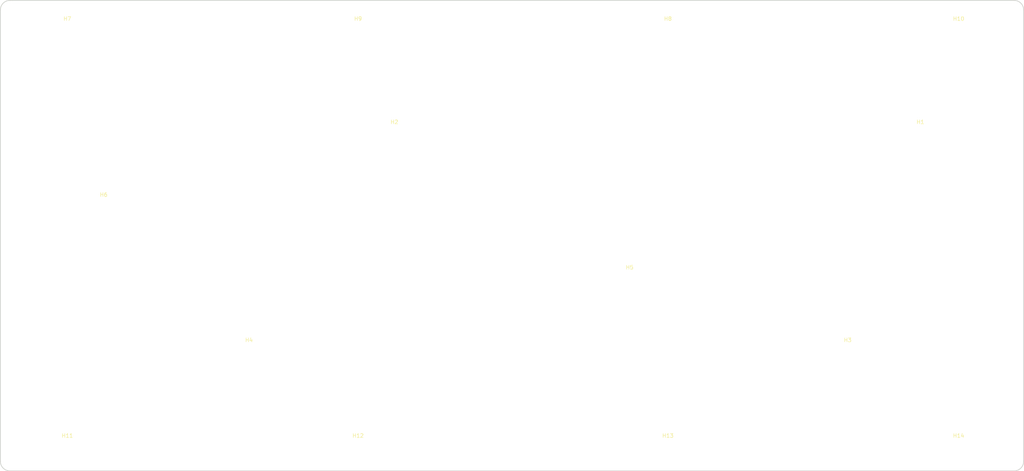
<source format=kicad_pcb>
(kicad_pcb (version 20171130) (host pcbnew 5.0.1)

  (general
    (thickness 1.6)
    (drawings 8)
    (tracks 0)
    (zones 0)
    (modules 14)
    (nets 1)
  )

  (page A3)
  (layers
    (0 F.Cu signal)
    (31 B.Cu signal)
    (32 B.Adhes user)
    (33 F.Adhes user)
    (34 B.Paste user)
    (35 F.Paste user)
    (36 B.SilkS user)
    (37 F.SilkS user)
    (38 B.Mask user)
    (39 F.Mask user)
    (40 Dwgs.User user)
    (41 Cmts.User user)
    (42 Eco1.User user)
    (43 Eco2.User user)
    (44 Edge.Cuts user)
    (45 Margin user)
    (46 B.CrtYd user)
    (47 F.CrtYd user)
    (48 B.Fab user)
    (49 F.Fab user)
  )

  (setup
    (last_trace_width 0.25)
    (trace_clearance 0.2)
    (zone_clearance 0.508)
    (zone_45_only no)
    (trace_min 0.2)
    (segment_width 0.2)
    (edge_width 0.2)
    (via_size 0.8)
    (via_drill 0.4)
    (via_min_size 0.4)
    (via_min_drill 0.3)
    (uvia_size 0.3)
    (uvia_drill 0.1)
    (uvias_allowed no)
    (uvia_min_size 0.2)
    (uvia_min_drill 0.1)
    (pcb_text_width 0.3)
    (pcb_text_size 1.5 1.5)
    (mod_edge_width 0.15)
    (mod_text_size 1 1)
    (mod_text_width 0.15)
    (pad_size 1.524 1.524)
    (pad_drill 0.762)
    (pad_to_mask_clearance 0.051)
    (solder_mask_min_width 0.25)
    (aux_axis_origin 0 0)
    (visible_elements FFFDF7FF)
    (pcbplotparams
      (layerselection 0x010fc_ffffffff)
      (usegerberextensions false)
      (usegerberattributes false)
      (usegerberadvancedattributes false)
      (creategerberjobfile false)
      (excludeedgelayer true)
      (linewidth 0.100000)
      (plotframeref false)
      (viasonmask false)
      (mode 1)
      (useauxorigin false)
      (hpglpennumber 1)
      (hpglpenspeed 20)
      (hpglpendiameter 15.000000)
      (psnegative false)
      (psa4output false)
      (plotreference true)
      (plotvalue true)
      (plotinvisibletext false)
      (padsonsilk false)
      (subtractmaskfromsilk false)
      (outputformat 1)
      (mirror false)
      (drillshape 1)
      (scaleselection 1)
      (outputdirectory "../Photos/Verification SVG/LaserCut/"))
  )

  (net 0 "")

  (net_class Default "This is the default net class."
    (clearance 0.2)
    (trace_width 0.25)
    (via_dia 0.8)
    (via_drill 0.4)
    (uvia_dia 0.3)
    (uvia_drill 0.1)
  )

  (module MountingHole:MountingHole_2.2mm_M2 (layer F.Cu) (tedit 56D1B4CB) (tstamp 5C497E76)
    (at 315 103)
    (descr "Mounting Hole 2.2mm, no annular, M2")
    (tags "mounting hole 2.2mm no annular m2")
    (path /5C4FFCBD)
    (attr virtual)
    (fp_text reference H1 (at 0 -3.2) (layer F.SilkS)
      (effects (font (size 1 1) (thickness 0.15)))
    )
    (fp_text value MountingHole (at 0 3.2) (layer F.Fab)
      (effects (font (size 1 1) (thickness 0.15)))
    )
    (fp_circle (center 0 0) (end 2.45 0) (layer F.CrtYd) (width 0.05))
    (fp_circle (center 0 0) (end 2.2 0) (layer Cmts.User) (width 0.15))
    (fp_text user %R (at 0.3 0) (layer F.Fab)
      (effects (font (size 1 1) (thickness 0.15)))
    )
    (pad 1 np_thru_hole circle (at 0 0) (size 2.2 2.2) (drill 2.2) (layers *.Cu *.Mask))
  )

  (module MountingHole:MountingHole_2.2mm_M2 (layer F.Cu) (tedit 56D1B4CB) (tstamp 5C497E7D)
    (at 177.5 103)
    (descr "Mounting Hole 2.2mm, no annular, M2")
    (tags "mounting hole 2.2mm no annular m2")
    (path /5C4FFCC4)
    (attr virtual)
    (fp_text reference H2 (at 0 -3.2) (layer F.SilkS)
      (effects (font (size 1 1) (thickness 0.15)))
    )
    (fp_text value MountingHole (at 0 3.2) (layer F.Fab)
      (effects (font (size 1 1) (thickness 0.15)))
    )
    (fp_text user %R (at 0.3 0) (layer F.Fab)
      (effects (font (size 1 1) (thickness 0.15)))
    )
    (fp_circle (center 0 0) (end 2.2 0) (layer Cmts.User) (width 0.15))
    (fp_circle (center 0 0) (end 2.45 0) (layer F.CrtYd) (width 0.05))
    (pad 1 np_thru_hole circle (at 0 0) (size 2.2 2.2) (drill 2.2) (layers *.Cu *.Mask))
  )

  (module MountingHole:MountingHole_2.2mm_M2 (layer F.Cu) (tedit 56D1B4CB) (tstamp 5C497E84)
    (at 296 160)
    (descr "Mounting Hole 2.2mm, no annular, M2")
    (tags "mounting hole 2.2mm no annular m2")
    (path /5C4FFCCB)
    (attr virtual)
    (fp_text reference H3 (at 0 -3.2) (layer F.SilkS)
      (effects (font (size 1 1) (thickness 0.15)))
    )
    (fp_text value MountingHole (at 0 3.2) (layer F.Fab)
      (effects (font (size 1 1) (thickness 0.15)))
    )
    (fp_circle (center 0 0) (end 2.45 0) (layer F.CrtYd) (width 0.05))
    (fp_circle (center 0 0) (end 2.2 0) (layer Cmts.User) (width 0.15))
    (fp_text user %R (at 0.3 0) (layer F.Fab)
      (effects (font (size 1 1) (thickness 0.15)))
    )
    (pad 1 np_thru_hole circle (at 0 0) (size 2.2 2.2) (drill 2.2) (layers *.Cu *.Mask))
  )

  (module MountingHole:MountingHole_2.2mm_M2 (layer F.Cu) (tedit 56D1B4CB) (tstamp 5C497E8B)
    (at 139.5 160)
    (descr "Mounting Hole 2.2mm, no annular, M2")
    (tags "mounting hole 2.2mm no annular m2")
    (path /5C4FFCA8)
    (attr virtual)
    (fp_text reference H4 (at 0 -3.2) (layer F.SilkS)
      (effects (font (size 1 1) (thickness 0.15)))
    )
    (fp_text value MountingHole (at 0 3.2) (layer F.Fab)
      (effects (font (size 1 1) (thickness 0.15)))
    )
    (fp_text user %R (at 0.3 0) (layer F.Fab)
      (effects (font (size 1 1) (thickness 0.15)))
    )
    (fp_circle (center 0 0) (end 2.2 0) (layer Cmts.User) (width 0.15))
    (fp_circle (center 0 0) (end 2.45 0) (layer F.CrtYd) (width 0.05))
    (pad 1 np_thru_hole circle (at 0 0) (size 2.2 2.2) (drill 2.2) (layers *.Cu *.Mask))
  )

  (module MountingHole:MountingHole_2.2mm_M2 (layer F.Cu) (tedit 56D1B4CB) (tstamp 5C497E92)
    (at 239 141)
    (descr "Mounting Hole 2.2mm, no annular, M2")
    (tags "mounting hole 2.2mm no annular m2")
    (path /5C4FFCAF)
    (attr virtual)
    (fp_text reference H5 (at 0 -3.2) (layer F.SilkS)
      (effects (font (size 1 1) (thickness 0.15)))
    )
    (fp_text value MountingHole (at 0 3.2) (layer F.Fab)
      (effects (font (size 1 1) (thickness 0.15)))
    )
    (fp_circle (center 0 0) (end 2.45 0) (layer F.CrtYd) (width 0.05))
    (fp_circle (center 0 0) (end 2.2 0) (layer Cmts.User) (width 0.15))
    (fp_text user %R (at 0.3 0) (layer F.Fab)
      (effects (font (size 1 1) (thickness 0.15)))
    )
    (pad 1 np_thru_hole circle (at 0 0) (size 2.2 2.2) (drill 2.2) (layers *.Cu *.Mask))
  )

  (module MountingHole:MountingHole_2.2mm_M2 (layer F.Cu) (tedit 56D1B4CB) (tstamp 5C497E99)
    (at 101.5 122)
    (descr "Mounting Hole 2.2mm, no annular, M2")
    (tags "mounting hole 2.2mm no annular m2")
    (path /5C4FFCB6)
    (attr virtual)
    (fp_text reference H6 (at 0 -3.2) (layer F.SilkS)
      (effects (font (size 1 1) (thickness 0.15)))
    )
    (fp_text value MountingHole (at 0 3.2) (layer F.Fab)
      (effects (font (size 1 1) (thickness 0.15)))
    )
    (fp_text user %R (at 0.3 0) (layer F.Fab)
      (effects (font (size 1 1) (thickness 0.15)))
    )
    (fp_circle (center 0 0) (end 2.2 0) (layer Cmts.User) (width 0.15))
    (fp_circle (center 0 0) (end 2.45 0) (layer F.CrtYd) (width 0.05))
    (pad 1 np_thru_hole circle (at 0 0) (size 2.2 2.2) (drill 2.2) (layers *.Cu *.Mask))
  )

  (module MountingHole:MountingHole_2.2mm_M2 (layer F.Cu) (tedit 56D1B4CB) (tstamp 5C4FEF33)
    (at 92 76)
    (descr "Mounting Hole 2.2mm, no annular, M2")
    (tags "mounting hole 2.2mm no annular m2")
    (path /5C4FF84F)
    (attr virtual)
    (fp_text reference H7 (at 0 -3.2) (layer F.SilkS)
      (effects (font (size 1 1) (thickness 0.15)))
    )
    (fp_text value MountingHole (at 0 3.2) (layer F.Fab)
      (effects (font (size 1 1) (thickness 0.15)))
    )
    (fp_text user %R (at 0.3 0) (layer F.Fab)
      (effects (font (size 1 1) (thickness 0.15)))
    )
    (fp_circle (center 0 0) (end 2.2 0) (layer Cmts.User) (width 0.15))
    (fp_circle (center 0 0) (end 2.45 0) (layer F.CrtYd) (width 0.05))
    (pad 1 np_thru_hole circle (at 0 0) (size 2.2 2.2) (drill 2.2) (layers *.Cu *.Mask))
  )

  (module MountingHole:MountingHole_2.2mm_M2 (layer F.Cu) (tedit 56D1B4CB) (tstamp 5C4FEF3A)
    (at 249 76)
    (descr "Mounting Hole 2.2mm, no annular, M2")
    (tags "mounting hole 2.2mm no annular m2")
    (path /5C4FF856)
    (attr virtual)
    (fp_text reference H8 (at 0 -3.2) (layer F.SilkS)
      (effects (font (size 1 1) (thickness 0.15)))
    )
    (fp_text value MountingHole (at 0 3.2) (layer F.Fab)
      (effects (font (size 1 1) (thickness 0.15)))
    )
    (fp_circle (center 0 0) (end 2.45 0) (layer F.CrtYd) (width 0.05))
    (fp_circle (center 0 0) (end 2.2 0) (layer Cmts.User) (width 0.15))
    (fp_text user %R (at 0.3 0) (layer F.Fab)
      (effects (font (size 1 1) (thickness 0.15)))
    )
    (pad 1 np_thru_hole circle (at 0 0) (size 2.2 2.2) (drill 2.2) (layers *.Cu *.Mask))
  )

  (module MountingHole:MountingHole_2.2mm_M2 (layer F.Cu) (tedit 56D1B4CB) (tstamp 5C539917)
    (at 168 76)
    (descr "Mounting Hole 2.2mm, no annular, M2")
    (tags "mounting hole 2.2mm no annular m2")
    (path /5C4FF85D)
    (attr virtual)
    (fp_text reference H9 (at 0 -3.2) (layer F.SilkS)
      (effects (font (size 1 1) (thickness 0.15)))
    )
    (fp_text value MountingHole (at 0 3.2) (layer F.Fab)
      (effects (font (size 1 1) (thickness 0.15)))
    )
    (fp_text user %R (at 0.3 0) (layer F.Fab)
      (effects (font (size 1 1) (thickness 0.15)))
    )
    (fp_circle (center 0 0) (end 2.2 0) (layer Cmts.User) (width 0.15))
    (fp_circle (center 0 0) (end 2.45 0) (layer F.CrtYd) (width 0.05))
    (pad 1 np_thru_hole circle (at 0 0) (size 2.2 2.2) (drill 2.2) (layers *.Cu *.Mask))
  )

  (module MountingHole:MountingHole_2.2mm_M2 (layer F.Cu) (tedit 56D1B4CB) (tstamp 5C4FEF48)
    (at 325 76)
    (descr "Mounting Hole 2.2mm, no annular, M2")
    (tags "mounting hole 2.2mm no annular m2")
    (path /5C4FF160)
    (attr virtual)
    (fp_text reference H10 (at 0 -3.2) (layer F.SilkS)
      (effects (font (size 1 1) (thickness 0.15)))
    )
    (fp_text value MountingHole (at 0 3.2) (layer F.Fab)
      (effects (font (size 1 1) (thickness 0.15)))
    )
    (fp_circle (center 0 0) (end 2.45 0) (layer F.CrtYd) (width 0.05))
    (fp_circle (center 0 0) (end 2.2 0) (layer Cmts.User) (width 0.15))
    (fp_text user %R (at 0.3 0) (layer F.Fab)
      (effects (font (size 1 1) (thickness 0.15)))
    )
    (pad 1 np_thru_hole circle (at 0 0) (size 2.2 2.2) (drill 2.2) (layers *.Cu *.Mask))
  )

  (module MountingHole:MountingHole_2.2mm_M2 (layer F.Cu) (tedit 56D1B4CB) (tstamp 5C4FEF4F)
    (at 92 185)
    (descr "Mounting Hole 2.2mm, no annular, M2")
    (tags "mounting hole 2.2mm no annular m2")
    (path /5C4FF3BC)
    (attr virtual)
    (fp_text reference H11 (at 0 -3.2) (layer F.SilkS)
      (effects (font (size 1 1) (thickness 0.15)))
    )
    (fp_text value MountingHole (at 0 3.2) (layer F.Fab)
      (effects (font (size 1 1) (thickness 0.15)))
    )
    (fp_text user %R (at 0.3 0) (layer F.Fab)
      (effects (font (size 1 1) (thickness 0.15)))
    )
    (fp_circle (center 0 0) (end 2.2 0) (layer Cmts.User) (width 0.15))
    (fp_circle (center 0 0) (end 2.45 0) (layer F.CrtYd) (width 0.05))
    (pad 1 np_thru_hole circle (at 0 0) (size 2.2 2.2) (drill 2.2) (layers *.Cu *.Mask))
  )

  (module MountingHole:MountingHole_2.2mm_M2 (layer F.Cu) (tedit 56D1B4CB) (tstamp 5C4FEF56)
    (at 168 185)
    (descr "Mounting Hole 2.2mm, no annular, M2")
    (tags "mounting hole 2.2mm no annular m2")
    (path /5C4FF460)
    (attr virtual)
    (fp_text reference H12 (at 0 -3.2) (layer F.SilkS)
      (effects (font (size 1 1) (thickness 0.15)))
    )
    (fp_text value MountingHole (at 0 3.2) (layer F.Fab)
      (effects (font (size 1 1) (thickness 0.15)))
    )
    (fp_circle (center 0 0) (end 2.45 0) (layer F.CrtYd) (width 0.05))
    (fp_circle (center 0 0) (end 2.2 0) (layer Cmts.User) (width 0.15))
    (fp_text user %R (at 0.3 0) (layer F.Fab)
      (effects (font (size 1 1) (thickness 0.15)))
    )
    (pad 1 np_thru_hole circle (at 0 0) (size 2.2 2.2) (drill 2.2) (layers *.Cu *.Mask))
  )

  (module MountingHole:MountingHole_2.2mm_M2 (layer F.Cu) (tedit 56D1B4CB) (tstamp 5C4FEF5D)
    (at 249 185)
    (descr "Mounting Hole 2.2mm, no annular, M2")
    (tags "mounting hole 2.2mm no annular m2")
    (path /5C4FFDE8)
    (attr virtual)
    (fp_text reference H13 (at 0 -3.2) (layer F.SilkS)
      (effects (font (size 1 1) (thickness 0.15)))
    )
    (fp_text value MountingHole (at 0 3.2) (layer F.Fab)
      (effects (font (size 1 1) (thickness 0.15)))
    )
    (fp_circle (center 0 0) (end 2.45 0) (layer F.CrtYd) (width 0.05))
    (fp_circle (center 0 0) (end 2.2 0) (layer Cmts.User) (width 0.15))
    (fp_text user %R (at 0.3 0) (layer F.Fab)
      (effects (font (size 1 1) (thickness 0.15)))
    )
    (pad 1 np_thru_hole circle (at 0 0) (size 2.2 2.2) (drill 2.2) (layers *.Cu *.Mask))
  )

  (module MountingHole:MountingHole_2.2mm_M2 (layer F.Cu) (tedit 56D1B4CB) (tstamp 5C4FEF64)
    (at 325 185)
    (descr "Mounting Hole 2.2mm, no annular, M2")
    (tags "mounting hole 2.2mm no annular m2")
    (path /5C4FFDEF)
    (attr virtual)
    (fp_text reference H14 (at 0 -3.2) (layer F.SilkS)
      (effects (font (size 1 1) (thickness 0.15)))
    )
    (fp_text value MountingHole (at 0 3.2) (layer F.Fab)
      (effects (font (size 1 1) (thickness 0.15)))
    )
    (fp_text user %R (at 0.3 0) (layer F.Fab)
      (effects (font (size 1 1) (thickness 0.15)))
    )
    (fp_circle (center 0 0) (end 2.2 0) (layer Cmts.User) (width 0.15))
    (fp_circle (center 0 0) (end 2.45 0) (layer F.CrtYd) (width 0.05))
    (pad 1 np_thru_hole circle (at 0 0) (size 2.2 2.2) (drill 2.2) (layers *.Cu *.Mask))
  )

  (gr_arc (start 77 188.5) (end 74.5 188.5) (angle -90) (layer Edge.Cuts) (width 0.2))
  (gr_arc (start 339.5 188.5) (end 339.5 191) (angle -90) (layer Edge.Cuts) (width 0.2))
  (gr_arc (start 339.5 70.5) (end 342 70.5) (angle -90) (layer Edge.Cuts) (width 0.2))
  (gr_arc (start 77 70.5) (end 77 68) (angle -90) (layer Edge.Cuts) (width 0.2))
  (gr_line (start 342 70.5) (end 342 188.5) (layer Edge.Cuts) (width 0.2))
  (gr_line (start 74.5 188.5) (end 74.5 70.5) (layer Edge.Cuts) (width 0.2) (tstamp 5C457A64))
  (gr_line (start 339.5 191) (end 77 191) (layer Edge.Cuts) (width 0.2))
  (gr_line (start 77 68) (end 339.5 68) (layer Edge.Cuts) (width 0.2))

)

</source>
